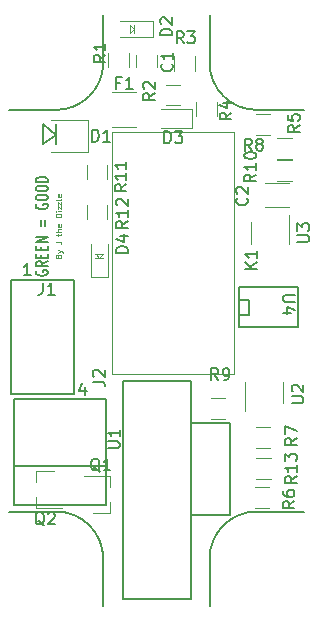
<source format=gto>
G04 #@! TF.GenerationSoftware,KiCad,Pcbnew,5.0.0-fee4fd1~66~ubuntu18.04.1*
G04 #@! TF.CreationDate,2019-02-11T21:46:51-05:00*
G04 #@! TF.ProjectId,IMD_v1,494D445F76312E6B696361645F706362,rev?*
G04 #@! TF.SameCoordinates,Original*
G04 #@! TF.FileFunction,Legend,Top*
G04 #@! TF.FilePolarity,Positive*
%FSLAX46Y46*%
G04 Gerber Fmt 4.6, Leading zero omitted, Abs format (unit mm)*
G04 Created by KiCad (PCBNEW 5.0.0-fee4fd1~66~ubuntu18.04.1) date Mon Feb 11 21:46:51 2019*
%MOMM*%
%LPD*%
G01*
G04 APERTURE LIST*
%ADD10C,0.121000*%
%ADD11C,0.184500*%
%ADD12C,0.200000*%
%ADD13C,0.120000*%
%ADD14C,0.100000*%
%ADD15C,0.150000*%
G04 APERTURE END LIST*
D10*
X98136428Y-79116238D02*
X98159476Y-79047095D01*
X98182523Y-79024047D01*
X98228619Y-79001000D01*
X98297761Y-79001000D01*
X98343857Y-79024047D01*
X98366904Y-79047095D01*
X98389952Y-79093190D01*
X98389952Y-79277571D01*
X97905952Y-79277571D01*
X97905952Y-79116238D01*
X97929000Y-79070142D01*
X97952047Y-79047095D01*
X97998142Y-79024047D01*
X98044238Y-79024047D01*
X98090333Y-79047095D01*
X98113380Y-79070142D01*
X98136428Y-79116238D01*
X98136428Y-79277571D01*
X98067285Y-78839666D02*
X98389952Y-78724428D01*
X98067285Y-78609190D02*
X98389952Y-78724428D01*
X98505190Y-78770523D01*
X98528238Y-78793571D01*
X98551285Y-78839666D01*
X97905952Y-77917761D02*
X98251666Y-77917761D01*
X98320809Y-77940809D01*
X98366904Y-77986904D01*
X98389952Y-78056047D01*
X98389952Y-78102142D01*
X98067285Y-77387666D02*
X98067285Y-77203285D01*
X97905952Y-77318523D02*
X98320809Y-77318523D01*
X98366904Y-77295476D01*
X98389952Y-77249380D01*
X98389952Y-77203285D01*
X98389952Y-77041952D02*
X97905952Y-77041952D01*
X98389952Y-76834523D02*
X98136428Y-76834523D01*
X98090333Y-76857571D01*
X98067285Y-76903666D01*
X98067285Y-76972809D01*
X98090333Y-77018904D01*
X98113380Y-77041952D01*
X98366904Y-76419666D02*
X98389952Y-76465761D01*
X98389952Y-76557952D01*
X98366904Y-76604047D01*
X98320809Y-76627095D01*
X98136428Y-76627095D01*
X98090333Y-76604047D01*
X98067285Y-76557952D01*
X98067285Y-76465761D01*
X98090333Y-76419666D01*
X98136428Y-76396619D01*
X98182523Y-76396619D01*
X98228619Y-76627095D01*
X98389952Y-75820428D02*
X97905952Y-75820428D01*
X97905952Y-75705190D01*
X97929000Y-75636047D01*
X97975095Y-75589952D01*
X98021190Y-75566904D01*
X98113380Y-75543857D01*
X98182523Y-75543857D01*
X98274714Y-75566904D01*
X98320809Y-75589952D01*
X98366904Y-75636047D01*
X98389952Y-75705190D01*
X98389952Y-75820428D01*
X98389952Y-75336428D02*
X98067285Y-75336428D01*
X97905952Y-75336428D02*
X97929000Y-75359476D01*
X97952047Y-75336428D01*
X97929000Y-75313380D01*
X97905952Y-75336428D01*
X97952047Y-75336428D01*
X98067285Y-75152047D02*
X98067285Y-74898523D01*
X98389952Y-75152047D01*
X98389952Y-74898523D01*
X98067285Y-74760238D02*
X98067285Y-74506714D01*
X98389952Y-74760238D01*
X98389952Y-74506714D01*
X98389952Y-74253190D02*
X98366904Y-74299285D01*
X98320809Y-74322333D01*
X97905952Y-74322333D01*
X98366904Y-73884428D02*
X98389952Y-73930523D01*
X98389952Y-74022714D01*
X98366904Y-74068809D01*
X98320809Y-74091857D01*
X98136428Y-74091857D01*
X98090333Y-74068809D01*
X98067285Y-74022714D01*
X98067285Y-73930523D01*
X98090333Y-73884428D01*
X98136428Y-73861380D01*
X98182523Y-73861380D01*
X98228619Y-74091857D01*
D11*
X96278000Y-80341285D02*
X96230761Y-80411571D01*
X96230761Y-80517000D01*
X96278000Y-80622428D01*
X96372476Y-80692714D01*
X96466952Y-80727857D01*
X96655904Y-80763000D01*
X96797619Y-80763000D01*
X96986571Y-80727857D01*
X97081047Y-80692714D01*
X97175523Y-80622428D01*
X97222761Y-80517000D01*
X97222761Y-80446714D01*
X97175523Y-80341285D01*
X97128285Y-80306142D01*
X96797619Y-80306142D01*
X96797619Y-80446714D01*
X97222761Y-79568142D02*
X96750380Y-79814142D01*
X97222761Y-79989857D02*
X96230761Y-79989857D01*
X96230761Y-79708714D01*
X96278000Y-79638428D01*
X96325238Y-79603285D01*
X96419714Y-79568142D01*
X96561428Y-79568142D01*
X96655904Y-79603285D01*
X96703142Y-79638428D01*
X96750380Y-79708714D01*
X96750380Y-79989857D01*
X96703142Y-79251857D02*
X96703142Y-79005857D01*
X97222761Y-78900428D02*
X97222761Y-79251857D01*
X96230761Y-79251857D01*
X96230761Y-78900428D01*
X96703142Y-78584142D02*
X96703142Y-78338142D01*
X97222761Y-78232714D02*
X97222761Y-78584142D01*
X96230761Y-78584142D01*
X96230761Y-78232714D01*
X97222761Y-77916428D02*
X96230761Y-77916428D01*
X97222761Y-77494714D01*
X96230761Y-77494714D01*
X96703142Y-76581000D02*
X96703142Y-76018714D01*
X96986571Y-76018714D02*
X96986571Y-76581000D01*
X96278000Y-74718428D02*
X96230761Y-74788714D01*
X96230761Y-74894142D01*
X96278000Y-74999571D01*
X96372476Y-75069857D01*
X96466952Y-75105000D01*
X96655904Y-75140142D01*
X96797619Y-75140142D01*
X96986571Y-75105000D01*
X97081047Y-75069857D01*
X97175523Y-74999571D01*
X97222761Y-74894142D01*
X97222761Y-74823857D01*
X97175523Y-74718428D01*
X97128285Y-74683285D01*
X96797619Y-74683285D01*
X96797619Y-74823857D01*
X96230761Y-74226428D02*
X96230761Y-74085857D01*
X96278000Y-74015571D01*
X96372476Y-73945285D01*
X96561428Y-73910142D01*
X96892095Y-73910142D01*
X97081047Y-73945285D01*
X97175523Y-74015571D01*
X97222761Y-74085857D01*
X97222761Y-74226428D01*
X97175523Y-74296714D01*
X97081047Y-74367000D01*
X96892095Y-74402142D01*
X96561428Y-74402142D01*
X96372476Y-74367000D01*
X96278000Y-74296714D01*
X96230761Y-74226428D01*
X96230761Y-73453285D02*
X96230761Y-73312714D01*
X96278000Y-73242428D01*
X96372476Y-73172142D01*
X96561428Y-73137000D01*
X96892095Y-73137000D01*
X97081047Y-73172142D01*
X97175523Y-73242428D01*
X97222761Y-73312714D01*
X97222761Y-73453285D01*
X97175523Y-73523571D01*
X97081047Y-73593857D01*
X96892095Y-73629000D01*
X96561428Y-73629000D01*
X96372476Y-73593857D01*
X96278000Y-73523571D01*
X96230761Y-73453285D01*
X97222761Y-72820714D02*
X96230761Y-72820714D01*
X96230761Y-72645000D01*
X96278000Y-72539571D01*
X96372476Y-72469285D01*
X96466952Y-72434142D01*
X96655904Y-72399000D01*
X96797619Y-72399000D01*
X96986571Y-72434142D01*
X97081047Y-72469285D01*
X97175523Y-72539571D01*
X97222761Y-72645000D01*
X97222761Y-72820714D01*
D12*
X101935000Y-108738000D02*
X101935000Y-104738000D01*
X110935000Y-58738000D02*
X110935000Y-62738000D01*
X101935000Y-62738000D02*
G75*
G02X97935000Y-66738000I-4000000J0D01*
G01*
X97935000Y-66738000D02*
X93935000Y-66738000D01*
X97935000Y-100738000D02*
G75*
G02X101935000Y-104738000I0J-4000000D01*
G01*
X110935000Y-104738000D02*
G75*
G02X114935000Y-100738000I4000000J0D01*
G01*
X110935000Y-108738000D02*
X110935000Y-104738000D01*
X114935000Y-66738000D02*
X118935000Y-66738000D01*
X114935000Y-100738000D02*
X118935000Y-100738000D01*
X114935000Y-66738000D02*
G75*
G02X110935000Y-62738000I0J4000000D01*
G01*
X97935000Y-100738000D02*
X93935000Y-100738000D01*
X101935000Y-58738000D02*
X101935000Y-62738000D01*
D13*
G04 #@! TO.C,K1*
X102673000Y-68647000D02*
X102673000Y-89087000D01*
X102673000Y-89087000D02*
X112973000Y-89087000D01*
X102673000Y-68647000D02*
X112973000Y-68647000D01*
X112973000Y-68647000D02*
X112973000Y-89087000D01*
G04 #@! TO.C,C1*
X104750500Y-62095000D02*
X104750500Y-63095000D01*
X106450500Y-63095000D02*
X106450500Y-62095000D01*
G04 #@! TO.C,C2*
X115649500Y-74997500D02*
X117649500Y-74997500D01*
X117649500Y-72957500D02*
X115649500Y-72957500D01*
D12*
G04 #@! TO.C,D1*
X96872500Y-67961000D02*
X97972500Y-68861000D01*
X96872500Y-69661000D02*
X96872500Y-67961000D01*
X97972500Y-68861000D02*
X96872500Y-69661000D01*
X97972500Y-69661000D02*
X97972500Y-67961000D01*
D13*
X100647500Y-70294500D02*
X100647500Y-67627500D01*
X100647500Y-67627500D02*
X97472500Y-67627500D01*
X100647500Y-70294500D02*
X97472500Y-70294500D01*
G04 #@! TO.C,D2*
X106173500Y-60580500D02*
X103373500Y-60580500D01*
X106173500Y-59180500D02*
X103373500Y-59180500D01*
X106173500Y-60580500D02*
X106173500Y-59180500D01*
D14*
X104573500Y-59880500D02*
X104273500Y-60180500D01*
X104273500Y-60180500D02*
X104223500Y-60230500D01*
X104223500Y-60230500D02*
X104223500Y-59580500D01*
X104223500Y-59530500D02*
X104223500Y-59580500D01*
X104223500Y-59580500D02*
X104223500Y-59530500D01*
X104223500Y-59530500D02*
X104573500Y-59880500D01*
X104573500Y-59880500D02*
X104573500Y-60230500D01*
X104573500Y-59530500D02*
X104573500Y-59880500D01*
D13*
G04 #@! TO.C,D3*
X109457000Y-68300500D02*
X109457000Y-66700500D01*
X109457000Y-66700500D02*
X106857000Y-66700500D01*
X109457000Y-68300500D02*
X106857000Y-68300500D01*
D14*
G04 #@! TO.C,D4*
X101950000Y-79278000D02*
X101600000Y-79278000D01*
X101600000Y-79278000D02*
X101250000Y-79278000D01*
X101950000Y-78928000D02*
X101600000Y-79278000D01*
X101900000Y-78928000D02*
X101950000Y-78928000D01*
X101950000Y-78928000D02*
X101900000Y-78928000D01*
X101250000Y-78928000D02*
X101900000Y-78928000D01*
X101300000Y-78978000D02*
X101250000Y-78928000D01*
X101600000Y-79278000D02*
X101300000Y-78978000D01*
D13*
X100900000Y-80878000D02*
X102300000Y-80878000D01*
X102300000Y-80878000D02*
X102300000Y-78078000D01*
X100900000Y-80878000D02*
X100900000Y-78078000D01*
G04 #@! TO.C,F1*
X104706000Y-68218500D02*
X102706000Y-68218500D01*
X102706000Y-65258500D02*
X104706000Y-65258500D01*
D15*
G04 #@! TO.C,J1*
X94124000Y-90824000D02*
X99424000Y-90824000D01*
X94124000Y-81134000D02*
X99424000Y-81134000D01*
X94124000Y-90824000D02*
X94124000Y-81134000D01*
X99424000Y-90824000D02*
X99424000Y-81134000D01*
G04 #@! TO.C,J2*
X94370000Y-96908000D02*
X94370000Y-100218000D01*
X94370000Y-100218000D02*
X102170000Y-100218000D01*
X102170000Y-100218000D02*
X102170000Y-96908000D01*
X102170000Y-96908000D02*
X102170000Y-91186000D01*
X94370000Y-96908000D02*
X94370000Y-91186000D01*
X102170000Y-96908000D02*
X94370000Y-96908000D01*
X102170000Y-91186000D02*
X94370000Y-91186000D01*
D13*
G04 #@! TO.C,Q1*
X102487000Y-100894000D02*
X101027000Y-100894000D01*
X102487000Y-97734000D02*
X100327000Y-97734000D01*
X102487000Y-97734000D02*
X102487000Y-98664000D01*
X102487000Y-100894000D02*
X102487000Y-99964000D01*
G04 #@! TO.C,Q2*
X96268000Y-97289500D02*
X96268000Y-98219500D01*
X96268000Y-100449500D02*
X96268000Y-99519500D01*
X96268000Y-100449500D02*
X98428000Y-100449500D01*
X96268000Y-97289500D02*
X97728000Y-97289500D01*
G04 #@! TO.C,R1*
X102371000Y-63081500D02*
X102371000Y-61881500D01*
X104131000Y-61881500D02*
X104131000Y-63081500D01*
G04 #@! TO.C,R2*
X108420500Y-66348500D02*
X107220500Y-66348500D01*
X107220500Y-64588500D02*
X108420500Y-64588500D01*
G04 #@! TO.C,R3*
X109719000Y-62201500D02*
X109719000Y-63401500D01*
X107959000Y-63401500D02*
X107959000Y-62201500D01*
G04 #@! TO.C,R4*
X111560500Y-66075000D02*
X111560500Y-67275000D01*
X109800500Y-67275000D02*
X109800500Y-66075000D01*
G04 #@! TO.C,R5*
X114843000Y-67065000D02*
X116043000Y-67065000D01*
X116043000Y-68825000D02*
X114843000Y-68825000D01*
G04 #@! TO.C,R6*
X115982000Y-100448000D02*
X114782000Y-100448000D01*
X114782000Y-98688000D02*
X115982000Y-98688000D01*
G04 #@! TO.C,R7*
X116045500Y-95368000D02*
X114845500Y-95368000D01*
X114845500Y-93608000D02*
X116045500Y-93608000D01*
G04 #@! TO.C,R8*
X116684500Y-69097000D02*
X117884500Y-69097000D01*
X117884500Y-70857000D02*
X116684500Y-70857000D01*
G04 #@! TO.C,R9*
X111035500Y-91131500D02*
X112235500Y-91131500D01*
X112235500Y-92891500D02*
X111035500Y-92891500D01*
G04 #@! TO.C,R10*
X117884500Y-72762000D02*
X116684500Y-72762000D01*
X116684500Y-71002000D02*
X117884500Y-71002000D01*
G04 #@! TO.C,R11*
X100529500Y-72606500D02*
X100529500Y-71406500D01*
X102289500Y-71406500D02*
X102289500Y-72606500D01*
G04 #@! TO.C,R12*
X102289500Y-74772000D02*
X102289500Y-75972000D01*
X100529500Y-75972000D02*
X100529500Y-74772000D01*
G04 #@! TO.C,R13*
X114909000Y-96211500D02*
X116109000Y-96211500D01*
X116109000Y-97971500D02*
X114909000Y-97971500D01*
D15*
G04 #@! TO.C,U1*
X109354000Y-101055000D02*
X112664000Y-101055000D01*
X112664000Y-101055000D02*
X112664000Y-93255000D01*
X112664000Y-93255000D02*
X109354000Y-93255000D01*
X109354000Y-89655000D02*
X103632000Y-89655000D01*
X109354000Y-108155000D02*
X103632000Y-108155000D01*
X109354000Y-89655000D02*
X109354000Y-108155000D01*
X103632000Y-89655000D02*
X103632000Y-108155000D01*
D13*
G04 #@! TO.C,U2*
X113962500Y-89757500D02*
X113962500Y-92207500D01*
X117182500Y-91557500D02*
X117182500Y-89757500D01*
G04 #@! TO.C,U3*
X114404500Y-76252500D02*
X114404500Y-78052500D01*
X117624500Y-78052500D02*
X117624500Y-75602500D01*
D15*
G04 #@! TO.C,U4*
X118451000Y-81739000D02*
X113451000Y-81739000D01*
X113451000Y-85139000D02*
X113451000Y-81739000D01*
X113521000Y-82804000D02*
X114283000Y-82804000D01*
X114283000Y-82804000D02*
X114283000Y-84074000D01*
X114283000Y-84074000D02*
X113521000Y-84074000D01*
X118451000Y-85139000D02*
X118451000Y-81739000D01*
X118451000Y-85139000D02*
X113451000Y-85139000D01*
G04 #@! TO.C,K1*
X114965380Y-80215095D02*
X113965380Y-80215095D01*
X114965380Y-79643666D02*
X114393952Y-80072238D01*
X113965380Y-79643666D02*
X114536809Y-80215095D01*
X114965380Y-78691285D02*
X114965380Y-79262714D01*
X114965380Y-78977000D02*
X113965380Y-78977000D01*
X114108238Y-79072238D01*
X114203476Y-79167476D01*
X114251095Y-79262714D01*
G04 #@! TO.C,C1*
X107735642Y-62841166D02*
X107783261Y-62888785D01*
X107830880Y-63031642D01*
X107830880Y-63126880D01*
X107783261Y-63269738D01*
X107688023Y-63364976D01*
X107592785Y-63412595D01*
X107402309Y-63460214D01*
X107259452Y-63460214D01*
X107068976Y-63412595D01*
X106973738Y-63364976D01*
X106878500Y-63269738D01*
X106830880Y-63126880D01*
X106830880Y-63031642D01*
X106878500Y-62888785D01*
X106926119Y-62841166D01*
X107830880Y-61888785D02*
X107830880Y-62460214D01*
X107830880Y-62174500D02*
X106830880Y-62174500D01*
X106973738Y-62269738D01*
X107068976Y-62364976D01*
X107116595Y-62460214D01*
G04 #@! TO.C,C2*
X114085642Y-74207666D02*
X114133261Y-74255285D01*
X114180880Y-74398142D01*
X114180880Y-74493380D01*
X114133261Y-74636238D01*
X114038023Y-74731476D01*
X113942785Y-74779095D01*
X113752309Y-74826714D01*
X113609452Y-74826714D01*
X113418976Y-74779095D01*
X113323738Y-74731476D01*
X113228500Y-74636238D01*
X113180880Y-74493380D01*
X113180880Y-74398142D01*
X113228500Y-74255285D01*
X113276119Y-74207666D01*
X113276119Y-73826714D02*
X113228500Y-73779095D01*
X113180880Y-73683857D01*
X113180880Y-73445761D01*
X113228500Y-73350523D01*
X113276119Y-73302904D01*
X113371357Y-73255285D01*
X113466595Y-73255285D01*
X113609452Y-73302904D01*
X114180880Y-73874333D01*
X114180880Y-73255285D01*
G04 #@! TO.C,D1*
X100988904Y-69413380D02*
X100988904Y-68413380D01*
X101227000Y-68413380D01*
X101369857Y-68461000D01*
X101465095Y-68556238D01*
X101512714Y-68651476D01*
X101560333Y-68841952D01*
X101560333Y-68984809D01*
X101512714Y-69175285D01*
X101465095Y-69270523D01*
X101369857Y-69365761D01*
X101227000Y-69413380D01*
X100988904Y-69413380D01*
X102512714Y-69413380D02*
X101941285Y-69413380D01*
X102227000Y-69413380D02*
X102227000Y-68413380D01*
X102131761Y-68556238D01*
X102036523Y-68651476D01*
X101941285Y-68699095D01*
G04 #@! TO.C,D2*
X107767380Y-60428095D02*
X106767380Y-60428095D01*
X106767380Y-60190000D01*
X106815000Y-60047142D01*
X106910238Y-59951904D01*
X107005476Y-59904285D01*
X107195952Y-59856666D01*
X107338809Y-59856666D01*
X107529285Y-59904285D01*
X107624523Y-59951904D01*
X107719761Y-60047142D01*
X107767380Y-60190000D01*
X107767380Y-60428095D01*
X106862619Y-59475714D02*
X106815000Y-59428095D01*
X106767380Y-59332857D01*
X106767380Y-59094761D01*
X106815000Y-58999523D01*
X106862619Y-58951904D01*
X106957857Y-58904285D01*
X107053095Y-58904285D01*
X107195952Y-58951904D01*
X107767380Y-59523333D01*
X107767380Y-58904285D01*
G04 #@! TO.C,D3*
X107118904Y-69552880D02*
X107118904Y-68552880D01*
X107357000Y-68552880D01*
X107499857Y-68600500D01*
X107595095Y-68695738D01*
X107642714Y-68790976D01*
X107690333Y-68981452D01*
X107690333Y-69124309D01*
X107642714Y-69314785D01*
X107595095Y-69410023D01*
X107499857Y-69505261D01*
X107357000Y-69552880D01*
X107118904Y-69552880D01*
X108023666Y-68552880D02*
X108642714Y-68552880D01*
X108309380Y-68933833D01*
X108452238Y-68933833D01*
X108547476Y-68981452D01*
X108595095Y-69029071D01*
X108642714Y-69124309D01*
X108642714Y-69362404D01*
X108595095Y-69457642D01*
X108547476Y-69505261D01*
X108452238Y-69552880D01*
X108166523Y-69552880D01*
X108071285Y-69505261D01*
X108023666Y-69457642D01*
G04 #@! TO.C,D4*
X104020880Y-78843095D02*
X103020880Y-78843095D01*
X103020880Y-78605000D01*
X103068500Y-78462142D01*
X103163738Y-78366904D01*
X103258976Y-78319285D01*
X103449452Y-78271666D01*
X103592309Y-78271666D01*
X103782785Y-78319285D01*
X103878023Y-78366904D01*
X103973261Y-78462142D01*
X104020880Y-78605000D01*
X104020880Y-78843095D01*
X103354214Y-77414523D02*
X104020880Y-77414523D01*
X102973261Y-77652619D02*
X103687547Y-77890714D01*
X103687547Y-77271666D01*
G04 #@! TO.C,F1*
X103372666Y-64417071D02*
X103039333Y-64417071D01*
X103039333Y-64940880D02*
X103039333Y-63940880D01*
X103515523Y-63940880D01*
X104420285Y-64940880D02*
X103848857Y-64940880D01*
X104134571Y-64940880D02*
X104134571Y-63940880D01*
X104039333Y-64083738D01*
X103944095Y-64178976D01*
X103848857Y-64226595D01*
G04 #@! TO.C,J1*
X96821666Y-81367380D02*
X96821666Y-82081666D01*
X96774047Y-82224523D01*
X96678809Y-82319761D01*
X96535952Y-82367380D01*
X96440714Y-82367380D01*
X97821666Y-82367380D02*
X97250238Y-82367380D01*
X97535952Y-82367380D02*
X97535952Y-81367380D01*
X97440714Y-81510238D01*
X97345476Y-81605476D01*
X97250238Y-81653095D01*
X100393476Y-90209714D02*
X100393476Y-90876380D01*
X100155380Y-89828761D02*
X99917285Y-90543047D01*
X100536333Y-90543047D01*
X95789714Y-80716380D02*
X95218285Y-80716380D01*
X95504000Y-80716380D02*
X95504000Y-79716380D01*
X95408761Y-79859238D01*
X95313523Y-79954476D01*
X95218285Y-80002095D01*
G04 #@! TO.C,J2*
X101052380Y-89741333D02*
X101766666Y-89741333D01*
X101909523Y-89788952D01*
X102004761Y-89884190D01*
X102052380Y-90027047D01*
X102052380Y-90122285D01*
X101147619Y-89312761D02*
X101100000Y-89265142D01*
X101052380Y-89169904D01*
X101052380Y-88931809D01*
X101100000Y-88836571D01*
X101147619Y-88788952D01*
X101242857Y-88741333D01*
X101338095Y-88741333D01*
X101480952Y-88788952D01*
X102052380Y-89360380D01*
X102052380Y-88741333D01*
G04 #@! TO.C,Q1*
X101631761Y-97361619D02*
X101536523Y-97314000D01*
X101441285Y-97218761D01*
X101298428Y-97075904D01*
X101203190Y-97028285D01*
X101107952Y-97028285D01*
X101155571Y-97266380D02*
X101060333Y-97218761D01*
X100965095Y-97123523D01*
X100917476Y-96933047D01*
X100917476Y-96599714D01*
X100965095Y-96409238D01*
X101060333Y-96314000D01*
X101155571Y-96266380D01*
X101346047Y-96266380D01*
X101441285Y-96314000D01*
X101536523Y-96409238D01*
X101584142Y-96599714D01*
X101584142Y-96933047D01*
X101536523Y-97123523D01*
X101441285Y-97218761D01*
X101346047Y-97266380D01*
X101155571Y-97266380D01*
X102536523Y-97266380D02*
X101965095Y-97266380D01*
X102250809Y-97266380D02*
X102250809Y-96266380D01*
X102155571Y-96409238D01*
X102060333Y-96504476D01*
X101965095Y-96552095D01*
G04 #@! TO.C,Q2*
X96932761Y-101917119D02*
X96837523Y-101869500D01*
X96742285Y-101774261D01*
X96599428Y-101631404D01*
X96504190Y-101583785D01*
X96408952Y-101583785D01*
X96456571Y-101821880D02*
X96361333Y-101774261D01*
X96266095Y-101679023D01*
X96218476Y-101488547D01*
X96218476Y-101155214D01*
X96266095Y-100964738D01*
X96361333Y-100869500D01*
X96456571Y-100821880D01*
X96647047Y-100821880D01*
X96742285Y-100869500D01*
X96837523Y-100964738D01*
X96885142Y-101155214D01*
X96885142Y-101488547D01*
X96837523Y-101679023D01*
X96742285Y-101774261D01*
X96647047Y-101821880D01*
X96456571Y-101821880D01*
X97266095Y-100917119D02*
X97313714Y-100869500D01*
X97408952Y-100821880D01*
X97647047Y-100821880D01*
X97742285Y-100869500D01*
X97789904Y-100917119D01*
X97837523Y-101012357D01*
X97837523Y-101107595D01*
X97789904Y-101250452D01*
X97218476Y-101821880D01*
X97837523Y-101821880D01*
G04 #@! TO.C,R1*
X102115880Y-62076666D02*
X101639690Y-62410000D01*
X102115880Y-62648095D02*
X101115880Y-62648095D01*
X101115880Y-62267142D01*
X101163500Y-62171904D01*
X101211119Y-62124285D01*
X101306357Y-62076666D01*
X101449214Y-62076666D01*
X101544452Y-62124285D01*
X101592071Y-62171904D01*
X101639690Y-62267142D01*
X101639690Y-62648095D01*
X102115880Y-61124285D02*
X102115880Y-61695714D01*
X102115880Y-61410000D02*
X101115880Y-61410000D01*
X101258738Y-61505238D01*
X101353976Y-61600476D01*
X101401595Y-61695714D01*
G04 #@! TO.C,R2*
X106304380Y-65317666D02*
X105828190Y-65651000D01*
X106304380Y-65889095D02*
X105304380Y-65889095D01*
X105304380Y-65508142D01*
X105352000Y-65412904D01*
X105399619Y-65365285D01*
X105494857Y-65317666D01*
X105637714Y-65317666D01*
X105732952Y-65365285D01*
X105780571Y-65412904D01*
X105828190Y-65508142D01*
X105828190Y-65889095D01*
X105399619Y-64936714D02*
X105352000Y-64889095D01*
X105304380Y-64793857D01*
X105304380Y-64555761D01*
X105352000Y-64460523D01*
X105399619Y-64412904D01*
X105494857Y-64365285D01*
X105590095Y-64365285D01*
X105732952Y-64412904D01*
X106304380Y-64984333D01*
X106304380Y-64365285D01*
G04 #@! TO.C,R3*
X108735833Y-61094880D02*
X108402500Y-60618690D01*
X108164404Y-61094880D02*
X108164404Y-60094880D01*
X108545357Y-60094880D01*
X108640595Y-60142500D01*
X108688214Y-60190119D01*
X108735833Y-60285357D01*
X108735833Y-60428214D01*
X108688214Y-60523452D01*
X108640595Y-60571071D01*
X108545357Y-60618690D01*
X108164404Y-60618690D01*
X109069166Y-60094880D02*
X109688214Y-60094880D01*
X109354880Y-60475833D01*
X109497738Y-60475833D01*
X109592976Y-60523452D01*
X109640595Y-60571071D01*
X109688214Y-60666309D01*
X109688214Y-60904404D01*
X109640595Y-60999642D01*
X109592976Y-61047261D01*
X109497738Y-61094880D01*
X109212023Y-61094880D01*
X109116785Y-61047261D01*
X109069166Y-60999642D01*
G04 #@! TO.C,R4*
X112782880Y-66968666D02*
X112306690Y-67302000D01*
X112782880Y-67540095D02*
X111782880Y-67540095D01*
X111782880Y-67159142D01*
X111830500Y-67063904D01*
X111878119Y-67016285D01*
X111973357Y-66968666D01*
X112116214Y-66968666D01*
X112211452Y-67016285D01*
X112259071Y-67063904D01*
X112306690Y-67159142D01*
X112306690Y-67540095D01*
X112116214Y-66111523D02*
X112782880Y-66111523D01*
X111735261Y-66349619D02*
X112449547Y-66587714D01*
X112449547Y-65968666D01*
G04 #@! TO.C,R5*
X118562380Y-68048166D02*
X118086190Y-68381500D01*
X118562380Y-68619595D02*
X117562380Y-68619595D01*
X117562380Y-68238642D01*
X117610000Y-68143404D01*
X117657619Y-68095785D01*
X117752857Y-68048166D01*
X117895714Y-68048166D01*
X117990952Y-68095785D01*
X118038571Y-68143404D01*
X118086190Y-68238642D01*
X118086190Y-68619595D01*
X117562380Y-67143404D02*
X117562380Y-67619595D01*
X118038571Y-67667214D01*
X117990952Y-67619595D01*
X117943333Y-67524357D01*
X117943333Y-67286261D01*
X117990952Y-67191023D01*
X118038571Y-67143404D01*
X118133809Y-67095785D01*
X118371904Y-67095785D01*
X118467142Y-67143404D01*
X118514761Y-67191023D01*
X118562380Y-67286261D01*
X118562380Y-67524357D01*
X118514761Y-67619595D01*
X118467142Y-67667214D01*
G04 #@! TO.C,R6*
X118117880Y-99861666D02*
X117641690Y-100195000D01*
X118117880Y-100433095D02*
X117117880Y-100433095D01*
X117117880Y-100052142D01*
X117165500Y-99956904D01*
X117213119Y-99909285D01*
X117308357Y-99861666D01*
X117451214Y-99861666D01*
X117546452Y-99909285D01*
X117594071Y-99956904D01*
X117641690Y-100052142D01*
X117641690Y-100433095D01*
X117117880Y-99004523D02*
X117117880Y-99195000D01*
X117165500Y-99290238D01*
X117213119Y-99337857D01*
X117355976Y-99433095D01*
X117546452Y-99480714D01*
X117927404Y-99480714D01*
X118022642Y-99433095D01*
X118070261Y-99385476D01*
X118117880Y-99290238D01*
X118117880Y-99099761D01*
X118070261Y-99004523D01*
X118022642Y-98956904D01*
X117927404Y-98909285D01*
X117689309Y-98909285D01*
X117594071Y-98956904D01*
X117546452Y-99004523D01*
X117498833Y-99099761D01*
X117498833Y-99290238D01*
X117546452Y-99385476D01*
X117594071Y-99433095D01*
X117689309Y-99480714D01*
G04 #@! TO.C,R7*
X118310880Y-94527666D02*
X117834690Y-94861000D01*
X118310880Y-95099095D02*
X117310880Y-95099095D01*
X117310880Y-94718142D01*
X117358500Y-94622904D01*
X117406119Y-94575285D01*
X117501357Y-94527666D01*
X117644214Y-94527666D01*
X117739452Y-94575285D01*
X117787071Y-94622904D01*
X117834690Y-94718142D01*
X117834690Y-95099095D01*
X117310880Y-94194333D02*
X117310880Y-93527666D01*
X118310880Y-93956238D01*
G04 #@! TO.C,R8*
X114514333Y-70175380D02*
X114181000Y-69699190D01*
X113942904Y-70175380D02*
X113942904Y-69175380D01*
X114323857Y-69175380D01*
X114419095Y-69223000D01*
X114466714Y-69270619D01*
X114514333Y-69365857D01*
X114514333Y-69508714D01*
X114466714Y-69603952D01*
X114419095Y-69651571D01*
X114323857Y-69699190D01*
X113942904Y-69699190D01*
X115085761Y-69603952D02*
X114990523Y-69556333D01*
X114942904Y-69508714D01*
X114895285Y-69413476D01*
X114895285Y-69365857D01*
X114942904Y-69270619D01*
X114990523Y-69223000D01*
X115085761Y-69175380D01*
X115276238Y-69175380D01*
X115371476Y-69223000D01*
X115419095Y-69270619D01*
X115466714Y-69365857D01*
X115466714Y-69413476D01*
X115419095Y-69508714D01*
X115371476Y-69556333D01*
X115276238Y-69603952D01*
X115085761Y-69603952D01*
X114990523Y-69651571D01*
X114942904Y-69699190D01*
X114895285Y-69794428D01*
X114895285Y-69984904D01*
X114942904Y-70080142D01*
X114990523Y-70127761D01*
X115085761Y-70175380D01*
X115276238Y-70175380D01*
X115371476Y-70127761D01*
X115419095Y-70080142D01*
X115466714Y-69984904D01*
X115466714Y-69794428D01*
X115419095Y-69699190D01*
X115371476Y-69651571D01*
X115276238Y-69603952D01*
G04 #@! TO.C,R9*
X111656833Y-89606380D02*
X111323500Y-89130190D01*
X111085404Y-89606380D02*
X111085404Y-88606380D01*
X111466357Y-88606380D01*
X111561595Y-88654000D01*
X111609214Y-88701619D01*
X111656833Y-88796857D01*
X111656833Y-88939714D01*
X111609214Y-89034952D01*
X111561595Y-89082571D01*
X111466357Y-89130190D01*
X111085404Y-89130190D01*
X112133023Y-89606380D02*
X112323500Y-89606380D01*
X112418738Y-89558761D01*
X112466357Y-89511142D01*
X112561595Y-89368285D01*
X112609214Y-89177809D01*
X112609214Y-88796857D01*
X112561595Y-88701619D01*
X112513976Y-88654000D01*
X112418738Y-88606380D01*
X112228261Y-88606380D01*
X112133023Y-88654000D01*
X112085404Y-88701619D01*
X112037785Y-88796857D01*
X112037785Y-89034952D01*
X112085404Y-89130190D01*
X112133023Y-89177809D01*
X112228261Y-89225428D01*
X112418738Y-89225428D01*
X112513976Y-89177809D01*
X112561595Y-89130190D01*
X112609214Y-89034952D01*
G04 #@! TO.C,R10*
X114879380Y-72207357D02*
X114403190Y-72540690D01*
X114879380Y-72778785D02*
X113879380Y-72778785D01*
X113879380Y-72397833D01*
X113927000Y-72302595D01*
X113974619Y-72254976D01*
X114069857Y-72207357D01*
X114212714Y-72207357D01*
X114307952Y-72254976D01*
X114355571Y-72302595D01*
X114403190Y-72397833D01*
X114403190Y-72778785D01*
X114879380Y-71254976D02*
X114879380Y-71826404D01*
X114879380Y-71540690D02*
X113879380Y-71540690D01*
X114022238Y-71635928D01*
X114117476Y-71731166D01*
X114165095Y-71826404D01*
X113879380Y-70635928D02*
X113879380Y-70540690D01*
X113927000Y-70445452D01*
X113974619Y-70397833D01*
X114069857Y-70350214D01*
X114260333Y-70302595D01*
X114498428Y-70302595D01*
X114688904Y-70350214D01*
X114784142Y-70397833D01*
X114831761Y-70445452D01*
X114879380Y-70540690D01*
X114879380Y-70635928D01*
X114831761Y-70731166D01*
X114784142Y-70778785D01*
X114688904Y-70826404D01*
X114498428Y-70874023D01*
X114260333Y-70874023D01*
X114069857Y-70826404D01*
X113974619Y-70778785D01*
X113927000Y-70731166D01*
X113879380Y-70635928D01*
G04 #@! TO.C,R11*
X103893880Y-73032857D02*
X103417690Y-73366190D01*
X103893880Y-73604285D02*
X102893880Y-73604285D01*
X102893880Y-73223333D01*
X102941500Y-73128095D01*
X102989119Y-73080476D01*
X103084357Y-73032857D01*
X103227214Y-73032857D01*
X103322452Y-73080476D01*
X103370071Y-73128095D01*
X103417690Y-73223333D01*
X103417690Y-73604285D01*
X103893880Y-72080476D02*
X103893880Y-72651904D01*
X103893880Y-72366190D02*
X102893880Y-72366190D01*
X103036738Y-72461428D01*
X103131976Y-72556666D01*
X103179595Y-72651904D01*
X103893880Y-71128095D02*
X103893880Y-71699523D01*
X103893880Y-71413809D02*
X102893880Y-71413809D01*
X103036738Y-71509047D01*
X103131976Y-71604285D01*
X103179595Y-71699523D01*
G04 #@! TO.C,R12*
X104020880Y-76144357D02*
X103544690Y-76477690D01*
X104020880Y-76715785D02*
X103020880Y-76715785D01*
X103020880Y-76334833D01*
X103068500Y-76239595D01*
X103116119Y-76191976D01*
X103211357Y-76144357D01*
X103354214Y-76144357D01*
X103449452Y-76191976D01*
X103497071Y-76239595D01*
X103544690Y-76334833D01*
X103544690Y-76715785D01*
X104020880Y-75191976D02*
X104020880Y-75763404D01*
X104020880Y-75477690D02*
X103020880Y-75477690D01*
X103163738Y-75572928D01*
X103258976Y-75668166D01*
X103306595Y-75763404D01*
X103116119Y-74811023D02*
X103068500Y-74763404D01*
X103020880Y-74668166D01*
X103020880Y-74430071D01*
X103068500Y-74334833D01*
X103116119Y-74287214D01*
X103211357Y-74239595D01*
X103306595Y-74239595D01*
X103449452Y-74287214D01*
X104020880Y-74858642D01*
X104020880Y-74239595D01*
G04 #@! TO.C,R13*
X118313380Y-97734357D02*
X117837190Y-98067690D01*
X118313380Y-98305785D02*
X117313380Y-98305785D01*
X117313380Y-97924833D01*
X117361000Y-97829595D01*
X117408619Y-97781976D01*
X117503857Y-97734357D01*
X117646714Y-97734357D01*
X117741952Y-97781976D01*
X117789571Y-97829595D01*
X117837190Y-97924833D01*
X117837190Y-98305785D01*
X118313380Y-96781976D02*
X118313380Y-97353404D01*
X118313380Y-97067690D02*
X117313380Y-97067690D01*
X117456238Y-97162928D01*
X117551476Y-97258166D01*
X117599095Y-97353404D01*
X117313380Y-96448642D02*
X117313380Y-95829595D01*
X117694333Y-96162928D01*
X117694333Y-96020071D01*
X117741952Y-95924833D01*
X117789571Y-95877214D01*
X117884809Y-95829595D01*
X118122904Y-95829595D01*
X118218142Y-95877214D01*
X118265761Y-95924833D01*
X118313380Y-96020071D01*
X118313380Y-96305785D01*
X118265761Y-96401023D01*
X118218142Y-96448642D01*
G04 #@! TO.C,U1*
X102322380Y-95376904D02*
X103131904Y-95376904D01*
X103227142Y-95329285D01*
X103274761Y-95281666D01*
X103322380Y-95186428D01*
X103322380Y-94995952D01*
X103274761Y-94900714D01*
X103227142Y-94853095D01*
X103131904Y-94805476D01*
X102322380Y-94805476D01*
X103322380Y-93805476D02*
X103322380Y-94376904D01*
X103322380Y-94091190D02*
X102322380Y-94091190D01*
X102465238Y-94186428D01*
X102560476Y-94281666D01*
X102608095Y-94376904D01*
G04 #@! TO.C,U2*
X117879880Y-91566904D02*
X118689404Y-91566904D01*
X118784642Y-91519285D01*
X118832261Y-91471666D01*
X118879880Y-91376428D01*
X118879880Y-91185952D01*
X118832261Y-91090714D01*
X118784642Y-91043095D01*
X118689404Y-90995476D01*
X117879880Y-90995476D01*
X117975119Y-90566904D02*
X117927500Y-90519285D01*
X117879880Y-90424047D01*
X117879880Y-90185952D01*
X117927500Y-90090714D01*
X117975119Y-90043095D01*
X118070357Y-89995476D01*
X118165595Y-89995476D01*
X118308452Y-90043095D01*
X118879880Y-90614523D01*
X118879880Y-89995476D01*
G04 #@! TO.C,U3*
X118366880Y-77914404D02*
X119176404Y-77914404D01*
X119271642Y-77866785D01*
X119319261Y-77819166D01*
X119366880Y-77723928D01*
X119366880Y-77533452D01*
X119319261Y-77438214D01*
X119271642Y-77390595D01*
X119176404Y-77342976D01*
X118366880Y-77342976D01*
X118366880Y-76962023D02*
X118366880Y-76342976D01*
X118747833Y-76676309D01*
X118747833Y-76533452D01*
X118795452Y-76438214D01*
X118843071Y-76390595D01*
X118938309Y-76342976D01*
X119176404Y-76342976D01*
X119271642Y-76390595D01*
X119319261Y-76438214D01*
X119366880Y-76533452D01*
X119366880Y-76819166D01*
X119319261Y-76914404D01*
X119271642Y-76962023D01*
G04 #@! TO.C,U4*
X118149619Y-82423095D02*
X117340095Y-82423095D01*
X117244857Y-82470714D01*
X117197238Y-82518333D01*
X117149619Y-82613571D01*
X117149619Y-82804047D01*
X117197238Y-82899285D01*
X117244857Y-82946904D01*
X117340095Y-82994523D01*
X118149619Y-82994523D01*
X117816285Y-83899285D02*
X117149619Y-83899285D01*
X118197238Y-83661190D02*
X117482952Y-83423095D01*
X117482952Y-84042142D01*
G04 #@! TD*
M02*

</source>
